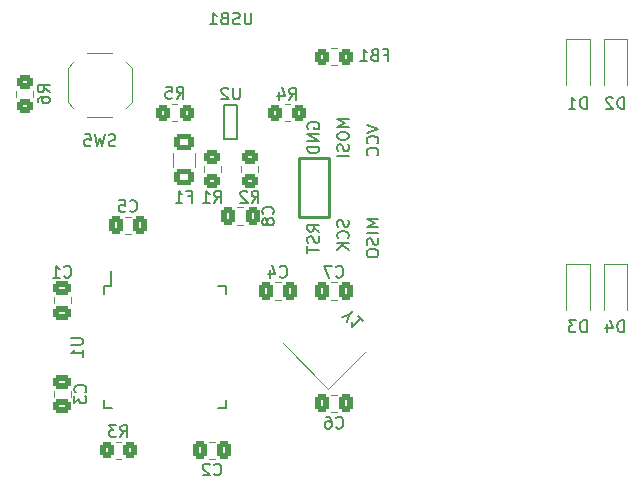
<source format=gbr>
%TF.GenerationSoftware,KiCad,Pcbnew,(6.0.6)*%
%TF.CreationDate,2022-06-29T23:10:10-06:00*%
%TF.ProjectId,macro1,6d616372-6f31-42e6-9b69-6361645f7063,rev?*%
%TF.SameCoordinates,Original*%
%TF.FileFunction,Legend,Bot*%
%TF.FilePolarity,Positive*%
%FSLAX46Y46*%
G04 Gerber Fmt 4.6, Leading zero omitted, Abs format (unit mm)*
G04 Created by KiCad (PCBNEW (6.0.6)) date 2022-06-29 23:10:10*
%MOMM*%
%LPD*%
G01*
G04 APERTURE LIST*
G04 Aperture macros list*
%AMRoundRect*
0 Rectangle with rounded corners*
0 $1 Rounding radius*
0 $2 $3 $4 $5 $6 $7 $8 $9 X,Y pos of 4 corners*
0 Add a 4 corners polygon primitive as box body*
4,1,4,$2,$3,$4,$5,$6,$7,$8,$9,$2,$3,0*
0 Add four circle primitives for the rounded corners*
1,1,$1+$1,$2,$3*
1,1,$1+$1,$4,$5*
1,1,$1+$1,$6,$7*
1,1,$1+$1,$8,$9*
0 Add four rect primitives between the rounded corners*
20,1,$1+$1,$2,$3,$4,$5,0*
20,1,$1+$1,$4,$5,$6,$7,0*
20,1,$1+$1,$6,$7,$8,$9,0*
20,1,$1+$1,$8,$9,$2,$3,0*%
%AMRotRect*
0 Rectangle, with rotation*
0 The origin of the aperture is its center*
0 $1 length*
0 $2 width*
0 $3 Rotation angle, in degrees counterclockwise*
0 Add horizontal line*
21,1,$1,$2,0,0,$3*%
G04 Aperture macros list end*
%ADD10C,0.150000*%
%ADD11C,0.120000*%
%ADD12C,0.250000*%
%ADD13R,0.700000X1.000000*%
%ADD14R,0.700000X0.600000*%
%ADD15RoundRect,0.250000X-0.475000X0.337500X-0.475000X-0.337500X0.475000X-0.337500X0.475000X0.337500X0*%
%ADD16RoundRect,0.250000X-0.337500X-0.475000X0.337500X-0.475000X0.337500X0.475000X-0.337500X0.475000X0*%
%ADD17RoundRect,0.250000X0.475000X-0.337500X0.475000X0.337500X-0.475000X0.337500X-0.475000X-0.337500X0*%
%ADD18R,1.200000X0.900000*%
%ADD19RoundRect,0.250001X-0.624999X0.462499X-0.624999X-0.462499X0.624999X-0.462499X0.624999X0.462499X0*%
%ADD20R,1.700000X1.700000*%
%ADD21C,1.700000*%
%ADD22RoundRect,0.250000X-0.450000X0.350000X-0.450000X-0.350000X0.450000X-0.350000X0.450000X0.350000X0*%
%ADD23RoundRect,0.250000X-0.350000X-0.450000X0.350000X-0.450000X0.350000X0.450000X-0.350000X0.450000X0*%
%ADD24RoundRect,0.250000X0.350000X0.450000X-0.350000X0.450000X-0.350000X-0.450000X0.350000X-0.450000X0*%
%ADD25RoundRect,0.250000X0.450000X-0.350000X0.450000X0.350000X-0.450000X0.350000X-0.450000X-0.350000X0*%
%ADD26R,1.100000X1.800000*%
%ADD27R,0.550000X1.500000*%
%ADD28R,1.500000X0.550000*%
%ADD29C,0.650000*%
%ADD30R,0.300000X2.450000*%
%ADD31R,0.600000X2.450000*%
%ADD32RotRect,2.100000X1.800000X135.000000*%
%ADD33C,4.000000*%
%ADD34C,2.200000*%
%ADD35RoundRect,0.250000X-0.325000X-0.450000X0.325000X-0.450000X0.325000X0.450000X-0.325000X0.450000X0*%
G04 APERTURE END LIST*
D10*
%TO.C,U2*%
X147605654Y-84383630D02*
X147605654Y-85193154D01*
X147558035Y-85288392D01*
X147510416Y-85336011D01*
X147415178Y-85383630D01*
X147224702Y-85383630D01*
X147129464Y-85336011D01*
X147081845Y-85288392D01*
X147034226Y-85193154D01*
X147034226Y-84383630D01*
X146605654Y-84478869D02*
X146558035Y-84431250D01*
X146462797Y-84383630D01*
X146224702Y-84383630D01*
X146129464Y-84431250D01*
X146081845Y-84478869D01*
X146034226Y-84574107D01*
X146034226Y-84669345D01*
X146081845Y-84812202D01*
X146653273Y-85383630D01*
X146034226Y-85383630D01*
%TO.C,C1*%
X132722916Y-100369642D02*
X132770535Y-100417261D01*
X132913392Y-100464880D01*
X133008630Y-100464880D01*
X133151488Y-100417261D01*
X133246726Y-100322023D01*
X133294345Y-100226785D01*
X133341964Y-100036309D01*
X133341964Y-99893452D01*
X133294345Y-99702976D01*
X133246726Y-99607738D01*
X133151488Y-99512500D01*
X133008630Y-99464880D01*
X132913392Y-99464880D01*
X132770535Y-99512500D01*
X132722916Y-99560119D01*
X131770535Y-100464880D02*
X132341964Y-100464880D01*
X132056250Y-100464880D02*
X132056250Y-99464880D01*
X132151488Y-99607738D01*
X132246726Y-99702976D01*
X132341964Y-99750595D01*
%TO.C,C2*%
X145422916Y-117130892D02*
X145470535Y-117178511D01*
X145613392Y-117226130D01*
X145708630Y-117226130D01*
X145851488Y-117178511D01*
X145946726Y-117083273D01*
X145994345Y-116988035D01*
X146041964Y-116797559D01*
X146041964Y-116654702D01*
X145994345Y-116464226D01*
X145946726Y-116368988D01*
X145851488Y-116273750D01*
X145708630Y-116226130D01*
X145613392Y-116226130D01*
X145470535Y-116273750D01*
X145422916Y-116321369D01*
X145041964Y-116321369D02*
X144994345Y-116273750D01*
X144899107Y-116226130D01*
X144661011Y-116226130D01*
X144565773Y-116273750D01*
X144518154Y-116321369D01*
X144470535Y-116416607D01*
X144470535Y-116511845D01*
X144518154Y-116654702D01*
X145089583Y-117226130D01*
X144470535Y-117226130D01*
%TO.C,C3*%
X134500892Y-110164583D02*
X134548511Y-110116964D01*
X134596130Y-109974107D01*
X134596130Y-109878869D01*
X134548511Y-109736011D01*
X134453273Y-109640773D01*
X134358035Y-109593154D01*
X134167559Y-109545535D01*
X134024702Y-109545535D01*
X133834226Y-109593154D01*
X133738988Y-109640773D01*
X133643750Y-109736011D01*
X133596130Y-109878869D01*
X133596130Y-109974107D01*
X133643750Y-110116964D01*
X133691369Y-110164583D01*
X133596130Y-110497916D02*
X133596130Y-111116964D01*
X133977083Y-110783630D01*
X133977083Y-110926488D01*
X134024702Y-111021726D01*
X134072321Y-111069345D01*
X134167559Y-111116964D01*
X134405654Y-111116964D01*
X134500892Y-111069345D01*
X134548511Y-111021726D01*
X134596130Y-110926488D01*
X134596130Y-110640773D01*
X134548511Y-110545535D01*
X134500892Y-110497916D01*
%TO.C,C4*%
X150979166Y-100369642D02*
X151026785Y-100417261D01*
X151169642Y-100464880D01*
X151264880Y-100464880D01*
X151407738Y-100417261D01*
X151502976Y-100322023D01*
X151550595Y-100226785D01*
X151598214Y-100036309D01*
X151598214Y-99893452D01*
X151550595Y-99702976D01*
X151502976Y-99607738D01*
X151407738Y-99512500D01*
X151264880Y-99464880D01*
X151169642Y-99464880D01*
X151026785Y-99512500D01*
X150979166Y-99560119D01*
X150122023Y-99798214D02*
X150122023Y-100464880D01*
X150360119Y-99417261D02*
X150598214Y-100131547D01*
X149979166Y-100131547D01*
%TO.C,C5*%
X138279166Y-94813392D02*
X138326785Y-94861011D01*
X138469642Y-94908630D01*
X138564880Y-94908630D01*
X138707738Y-94861011D01*
X138802976Y-94765773D01*
X138850595Y-94670535D01*
X138898214Y-94480059D01*
X138898214Y-94337202D01*
X138850595Y-94146726D01*
X138802976Y-94051488D01*
X138707738Y-93956250D01*
X138564880Y-93908630D01*
X138469642Y-93908630D01*
X138326785Y-93956250D01*
X138279166Y-94003869D01*
X137374404Y-93908630D02*
X137850595Y-93908630D01*
X137898214Y-94384821D01*
X137850595Y-94337202D01*
X137755357Y-94289583D01*
X137517261Y-94289583D01*
X137422023Y-94337202D01*
X137374404Y-94384821D01*
X137326785Y-94480059D01*
X137326785Y-94718154D01*
X137374404Y-94813392D01*
X137422023Y-94861011D01*
X137517261Y-94908630D01*
X137755357Y-94908630D01*
X137850595Y-94861011D01*
X137898214Y-94813392D01*
%TO.C,C6*%
X155741666Y-113162142D02*
X155789285Y-113209761D01*
X155932142Y-113257380D01*
X156027380Y-113257380D01*
X156170238Y-113209761D01*
X156265476Y-113114523D01*
X156313095Y-113019285D01*
X156360714Y-112828809D01*
X156360714Y-112685952D01*
X156313095Y-112495476D01*
X156265476Y-112400238D01*
X156170238Y-112305000D01*
X156027380Y-112257380D01*
X155932142Y-112257380D01*
X155789285Y-112305000D01*
X155741666Y-112352619D01*
X154884523Y-112257380D02*
X155075000Y-112257380D01*
X155170238Y-112305000D01*
X155217857Y-112352619D01*
X155313095Y-112495476D01*
X155360714Y-112685952D01*
X155360714Y-113066904D01*
X155313095Y-113162142D01*
X155265476Y-113209761D01*
X155170238Y-113257380D01*
X154979761Y-113257380D01*
X154884523Y-113209761D01*
X154836904Y-113162142D01*
X154789285Y-113066904D01*
X154789285Y-112828809D01*
X154836904Y-112733571D01*
X154884523Y-112685952D01*
X154979761Y-112638333D01*
X155170238Y-112638333D01*
X155265476Y-112685952D01*
X155313095Y-112733571D01*
X155360714Y-112828809D01*
%TO.C,C7*%
X155741666Y-100369642D02*
X155789285Y-100417261D01*
X155932142Y-100464880D01*
X156027380Y-100464880D01*
X156170238Y-100417261D01*
X156265476Y-100322023D01*
X156313095Y-100226785D01*
X156360714Y-100036309D01*
X156360714Y-99893452D01*
X156313095Y-99702976D01*
X156265476Y-99607738D01*
X156170238Y-99512500D01*
X156027380Y-99464880D01*
X155932142Y-99464880D01*
X155789285Y-99512500D01*
X155741666Y-99560119D01*
X155408333Y-99464880D02*
X154741666Y-99464880D01*
X155170238Y-100464880D01*
%TO.C,C8*%
X150375892Y-95083333D02*
X150423511Y-95035714D01*
X150471130Y-94892857D01*
X150471130Y-94797619D01*
X150423511Y-94654761D01*
X150328273Y-94559523D01*
X150233035Y-94511904D01*
X150042559Y-94464285D01*
X149899702Y-94464285D01*
X149709226Y-94511904D01*
X149613988Y-94559523D01*
X149518750Y-94654761D01*
X149471130Y-94797619D01*
X149471130Y-94892857D01*
X149518750Y-95035714D01*
X149566369Y-95083333D01*
X149899702Y-95654761D02*
X149852083Y-95559523D01*
X149804464Y-95511904D01*
X149709226Y-95464285D01*
X149661607Y-95464285D01*
X149566369Y-95511904D01*
X149518750Y-95559523D01*
X149471130Y-95654761D01*
X149471130Y-95845238D01*
X149518750Y-95940476D01*
X149566369Y-95988095D01*
X149661607Y-96035714D01*
X149709226Y-96035714D01*
X149804464Y-95988095D01*
X149852083Y-95940476D01*
X149899702Y-95845238D01*
X149899702Y-95654761D01*
X149947321Y-95559523D01*
X149994940Y-95511904D01*
X150090178Y-95464285D01*
X150280654Y-95464285D01*
X150375892Y-95511904D01*
X150423511Y-95559523D01*
X150471130Y-95654761D01*
X150471130Y-95845238D01*
X150423511Y-95940476D01*
X150375892Y-95988095D01*
X150280654Y-96035714D01*
X150090178Y-96035714D01*
X149994940Y-95988095D01*
X149947321Y-95940476D01*
X149899702Y-95845238D01*
%TO.C,D1*%
X176950595Y-86177380D02*
X176950595Y-85177380D01*
X176712500Y-85177380D01*
X176569642Y-85225000D01*
X176474404Y-85320238D01*
X176426785Y-85415476D01*
X176379166Y-85605952D01*
X176379166Y-85748809D01*
X176426785Y-85939285D01*
X176474404Y-86034523D01*
X176569642Y-86129761D01*
X176712500Y-86177380D01*
X176950595Y-86177380D01*
X175426785Y-86177380D02*
X175998214Y-86177380D01*
X175712500Y-86177380D02*
X175712500Y-85177380D01*
X175807738Y-85320238D01*
X175902976Y-85415476D01*
X175998214Y-85463095D01*
%TO.C,D2*%
X180125595Y-86177380D02*
X180125595Y-85177380D01*
X179887500Y-85177380D01*
X179744642Y-85225000D01*
X179649404Y-85320238D01*
X179601785Y-85415476D01*
X179554166Y-85605952D01*
X179554166Y-85748809D01*
X179601785Y-85939285D01*
X179649404Y-86034523D01*
X179744642Y-86129761D01*
X179887500Y-86177380D01*
X180125595Y-86177380D01*
X179173214Y-85272619D02*
X179125595Y-85225000D01*
X179030357Y-85177380D01*
X178792261Y-85177380D01*
X178697023Y-85225000D01*
X178649404Y-85272619D01*
X178601785Y-85367857D01*
X178601785Y-85463095D01*
X178649404Y-85605952D01*
X179220833Y-86177380D01*
X178601785Y-86177380D01*
%TO.C,D3*%
X176950595Y-105100380D02*
X176950595Y-104100380D01*
X176712500Y-104100380D01*
X176569642Y-104148000D01*
X176474404Y-104243238D01*
X176426785Y-104338476D01*
X176379166Y-104528952D01*
X176379166Y-104671809D01*
X176426785Y-104862285D01*
X176474404Y-104957523D01*
X176569642Y-105052761D01*
X176712500Y-105100380D01*
X176950595Y-105100380D01*
X176045833Y-104100380D02*
X175426785Y-104100380D01*
X175760119Y-104481333D01*
X175617261Y-104481333D01*
X175522023Y-104528952D01*
X175474404Y-104576571D01*
X175426785Y-104671809D01*
X175426785Y-104909904D01*
X175474404Y-105005142D01*
X175522023Y-105052761D01*
X175617261Y-105100380D01*
X175902976Y-105100380D01*
X175998214Y-105052761D01*
X176045833Y-105005142D01*
%TO.C,D4*%
X180125595Y-105100380D02*
X180125595Y-104100380D01*
X179887500Y-104100380D01*
X179744642Y-104148000D01*
X179649404Y-104243238D01*
X179601785Y-104338476D01*
X179554166Y-104528952D01*
X179554166Y-104671809D01*
X179601785Y-104862285D01*
X179649404Y-104957523D01*
X179744642Y-105052761D01*
X179887500Y-105100380D01*
X180125595Y-105100380D01*
X178697023Y-104433714D02*
X178697023Y-105100380D01*
X178935119Y-104052761D02*
X179173214Y-104767047D01*
X178554166Y-104767047D01*
%TO.C,F1*%
X143208333Y-93591071D02*
X143541666Y-93591071D01*
X143541666Y-94114880D02*
X143541666Y-93114880D01*
X143065476Y-93114880D01*
X142160714Y-94114880D02*
X142732142Y-94114880D01*
X142446428Y-94114880D02*
X142446428Y-93114880D01*
X142541666Y-93257738D01*
X142636904Y-93352976D01*
X142732142Y-93400595D01*
%TO.C,J1*%
X159321130Y-95547321D02*
X158321130Y-95547321D01*
X159035416Y-95880654D01*
X158321130Y-96213988D01*
X159321130Y-96213988D01*
X159321130Y-96690178D02*
X158321130Y-96690178D01*
X159273511Y-97118750D02*
X159321130Y-97261607D01*
X159321130Y-97499702D01*
X159273511Y-97594940D01*
X159225892Y-97642559D01*
X159130654Y-97690178D01*
X159035416Y-97690178D01*
X158940178Y-97642559D01*
X158892559Y-97594940D01*
X158844940Y-97499702D01*
X158797321Y-97309226D01*
X158749702Y-97213988D01*
X158702083Y-97166369D01*
X158606845Y-97118750D01*
X158511607Y-97118750D01*
X158416369Y-97166369D01*
X158368750Y-97213988D01*
X158321130Y-97309226D01*
X158321130Y-97547321D01*
X158368750Y-97690178D01*
X158321130Y-98309226D02*
X158321130Y-98499702D01*
X158368750Y-98594940D01*
X158463988Y-98690178D01*
X158654464Y-98737797D01*
X158987797Y-98737797D01*
X159178273Y-98690178D01*
X159273511Y-98594940D01*
X159321130Y-98499702D01*
X159321130Y-98309226D01*
X159273511Y-98213988D01*
X159178273Y-98118750D01*
X158987797Y-98071130D01*
X158654464Y-98071130D01*
X158463988Y-98118750D01*
X158368750Y-98213988D01*
X158321130Y-98309226D01*
X158321130Y-87535416D02*
X159321130Y-87868750D01*
X158321130Y-88202083D01*
X159225892Y-89106845D02*
X159273511Y-89059226D01*
X159321130Y-88916369D01*
X159321130Y-88821130D01*
X159273511Y-88678273D01*
X159178273Y-88583035D01*
X159083035Y-88535416D01*
X158892559Y-88487797D01*
X158749702Y-88487797D01*
X158559226Y-88535416D01*
X158463988Y-88583035D01*
X158368750Y-88678273D01*
X158321130Y-88821130D01*
X158321130Y-88916369D01*
X158368750Y-89059226D01*
X158416369Y-89106845D01*
X159225892Y-90106845D02*
X159273511Y-90059226D01*
X159321130Y-89916369D01*
X159321130Y-89821130D01*
X159273511Y-89678273D01*
X159178273Y-89583035D01*
X159083035Y-89535416D01*
X158892559Y-89487797D01*
X158749702Y-89487797D01*
X158559226Y-89535416D01*
X158463988Y-89583035D01*
X158368750Y-89678273D01*
X158321130Y-89821130D01*
X158321130Y-89916369D01*
X158368750Y-90059226D01*
X158416369Y-90106845D01*
X156773511Y-95583035D02*
X156821130Y-95725892D01*
X156821130Y-95963988D01*
X156773511Y-96059226D01*
X156725892Y-96106845D01*
X156630654Y-96154464D01*
X156535416Y-96154464D01*
X156440178Y-96106845D01*
X156392559Y-96059226D01*
X156344940Y-95963988D01*
X156297321Y-95773511D01*
X156249702Y-95678273D01*
X156202083Y-95630654D01*
X156106845Y-95583035D01*
X156011607Y-95583035D01*
X155916369Y-95630654D01*
X155868750Y-95678273D01*
X155821130Y-95773511D01*
X155821130Y-96011607D01*
X155868750Y-96154464D01*
X156725892Y-97154464D02*
X156773511Y-97106845D01*
X156821130Y-96963988D01*
X156821130Y-96868750D01*
X156773511Y-96725892D01*
X156678273Y-96630654D01*
X156583035Y-96583035D01*
X156392559Y-96535416D01*
X156249702Y-96535416D01*
X156059226Y-96583035D01*
X155963988Y-96630654D01*
X155868750Y-96725892D01*
X155821130Y-96868750D01*
X155821130Y-96963988D01*
X155868750Y-97106845D01*
X155916369Y-97154464D01*
X156821130Y-97583035D02*
X155821130Y-97583035D01*
X156821130Y-98154464D02*
X156249702Y-97725892D01*
X155821130Y-98154464D02*
X156392559Y-97583035D01*
X156821130Y-87047321D02*
X155821130Y-87047321D01*
X156535416Y-87380654D01*
X155821130Y-87713988D01*
X156821130Y-87713988D01*
X155821130Y-88380654D02*
X155821130Y-88571130D01*
X155868750Y-88666369D01*
X155963988Y-88761607D01*
X156154464Y-88809226D01*
X156487797Y-88809226D01*
X156678273Y-88761607D01*
X156773511Y-88666369D01*
X156821130Y-88571130D01*
X156821130Y-88380654D01*
X156773511Y-88285416D01*
X156678273Y-88190178D01*
X156487797Y-88142559D01*
X156154464Y-88142559D01*
X155963988Y-88190178D01*
X155868750Y-88285416D01*
X155821130Y-88380654D01*
X156773511Y-89190178D02*
X156821130Y-89333035D01*
X156821130Y-89571130D01*
X156773511Y-89666369D01*
X156725892Y-89713988D01*
X156630654Y-89761607D01*
X156535416Y-89761607D01*
X156440178Y-89713988D01*
X156392559Y-89666369D01*
X156344940Y-89571130D01*
X156297321Y-89380654D01*
X156249702Y-89285416D01*
X156202083Y-89237797D01*
X156106845Y-89190178D01*
X156011607Y-89190178D01*
X155916369Y-89237797D01*
X155868750Y-89285416D01*
X155821130Y-89380654D01*
X155821130Y-89618750D01*
X155868750Y-89761607D01*
X156821130Y-90190178D02*
X155821130Y-90190178D01*
X154321130Y-96571130D02*
X153844940Y-96237797D01*
X154321130Y-95999702D02*
X153321130Y-95999702D01*
X153321130Y-96380654D01*
X153368750Y-96475892D01*
X153416369Y-96523511D01*
X153511607Y-96571130D01*
X153654464Y-96571130D01*
X153749702Y-96523511D01*
X153797321Y-96475892D01*
X153844940Y-96380654D01*
X153844940Y-95999702D01*
X154273511Y-96952083D02*
X154321130Y-97094940D01*
X154321130Y-97333035D01*
X154273511Y-97428273D01*
X154225892Y-97475892D01*
X154130654Y-97523511D01*
X154035416Y-97523511D01*
X153940178Y-97475892D01*
X153892559Y-97428273D01*
X153844940Y-97333035D01*
X153797321Y-97142559D01*
X153749702Y-97047321D01*
X153702083Y-96999702D01*
X153606845Y-96952083D01*
X153511607Y-96952083D01*
X153416369Y-96999702D01*
X153368750Y-97047321D01*
X153321130Y-97142559D01*
X153321130Y-97380654D01*
X153368750Y-97523511D01*
X153321130Y-97809226D02*
X153321130Y-98380654D01*
X154321130Y-98094940D02*
X153321130Y-98094940D01*
X153368750Y-87856845D02*
X153321130Y-87761607D01*
X153321130Y-87618750D01*
X153368750Y-87475892D01*
X153463988Y-87380654D01*
X153559226Y-87333035D01*
X153749702Y-87285416D01*
X153892559Y-87285416D01*
X154083035Y-87333035D01*
X154178273Y-87380654D01*
X154273511Y-87475892D01*
X154321130Y-87618750D01*
X154321130Y-87713988D01*
X154273511Y-87856845D01*
X154225892Y-87904464D01*
X153892559Y-87904464D01*
X153892559Y-87713988D01*
X154321130Y-88333035D02*
X153321130Y-88333035D01*
X154321130Y-88904464D01*
X153321130Y-88904464D01*
X154321130Y-89380654D02*
X153321130Y-89380654D01*
X153321130Y-89618750D01*
X153368750Y-89761607D01*
X153463988Y-89856845D01*
X153559226Y-89904464D01*
X153749702Y-89952083D01*
X153892559Y-89952083D01*
X154083035Y-89904464D01*
X154178273Y-89856845D01*
X154273511Y-89761607D01*
X154321130Y-89618750D01*
X154321130Y-89380654D01*
%TO.C,R1*%
X145422916Y-94114880D02*
X145756250Y-93638690D01*
X145994345Y-94114880D02*
X145994345Y-93114880D01*
X145613392Y-93114880D01*
X145518154Y-93162500D01*
X145470535Y-93210119D01*
X145422916Y-93305357D01*
X145422916Y-93448214D01*
X145470535Y-93543452D01*
X145518154Y-93591071D01*
X145613392Y-93638690D01*
X145994345Y-93638690D01*
X144470535Y-94114880D02*
X145041964Y-94114880D01*
X144756250Y-94114880D02*
X144756250Y-93114880D01*
X144851488Y-93257738D01*
X144946726Y-93352976D01*
X145041964Y-93400595D01*
%TO.C,R2*%
X148597916Y-94114880D02*
X148931250Y-93638690D01*
X149169345Y-94114880D02*
X149169345Y-93114880D01*
X148788392Y-93114880D01*
X148693154Y-93162500D01*
X148645535Y-93210119D01*
X148597916Y-93305357D01*
X148597916Y-93448214D01*
X148645535Y-93543452D01*
X148693154Y-93591071D01*
X148788392Y-93638690D01*
X149169345Y-93638690D01*
X148216964Y-93210119D02*
X148169345Y-93162500D01*
X148074107Y-93114880D01*
X147836011Y-93114880D01*
X147740773Y-93162500D01*
X147693154Y-93210119D01*
X147645535Y-93305357D01*
X147645535Y-93400595D01*
X147693154Y-93543452D01*
X148264583Y-94114880D01*
X147645535Y-94114880D01*
%TO.C,R3*%
X137485416Y-113958630D02*
X137818750Y-113482440D01*
X138056845Y-113958630D02*
X138056845Y-112958630D01*
X137675892Y-112958630D01*
X137580654Y-113006250D01*
X137533035Y-113053869D01*
X137485416Y-113149107D01*
X137485416Y-113291964D01*
X137533035Y-113387202D01*
X137580654Y-113434821D01*
X137675892Y-113482440D01*
X138056845Y-113482440D01*
X137152083Y-112958630D02*
X136533035Y-112958630D01*
X136866369Y-113339583D01*
X136723511Y-113339583D01*
X136628273Y-113387202D01*
X136580654Y-113434821D01*
X136533035Y-113530059D01*
X136533035Y-113768154D01*
X136580654Y-113863392D01*
X136628273Y-113911011D01*
X136723511Y-113958630D01*
X137009226Y-113958630D01*
X137104464Y-113911011D01*
X137152083Y-113863392D01*
%TO.C,R4*%
X151772916Y-85415380D02*
X152106250Y-84939190D01*
X152344345Y-85415380D02*
X152344345Y-84415380D01*
X151963392Y-84415380D01*
X151868154Y-84463000D01*
X151820535Y-84510619D01*
X151772916Y-84605857D01*
X151772916Y-84748714D01*
X151820535Y-84843952D01*
X151868154Y-84891571D01*
X151963392Y-84939190D01*
X152344345Y-84939190D01*
X150915773Y-84748714D02*
X150915773Y-85415380D01*
X151153869Y-84367761D02*
X151391964Y-85082047D01*
X150772916Y-85082047D01*
%TO.C,R5*%
X142247916Y-85321130D02*
X142581250Y-84844940D01*
X142819345Y-85321130D02*
X142819345Y-84321130D01*
X142438392Y-84321130D01*
X142343154Y-84368750D01*
X142295535Y-84416369D01*
X142247916Y-84511607D01*
X142247916Y-84654464D01*
X142295535Y-84749702D01*
X142343154Y-84797321D01*
X142438392Y-84844940D01*
X142819345Y-84844940D01*
X141343154Y-84321130D02*
X141819345Y-84321130D01*
X141866964Y-84797321D01*
X141819345Y-84749702D01*
X141724107Y-84702083D01*
X141486011Y-84702083D01*
X141390773Y-84749702D01*
X141343154Y-84797321D01*
X141295535Y-84892559D01*
X141295535Y-85130654D01*
X141343154Y-85225892D01*
X141390773Y-85273511D01*
X141486011Y-85321130D01*
X141724107Y-85321130D01*
X141819345Y-85273511D01*
X141866964Y-85225892D01*
%TO.C,R6*%
X131483630Y-84764583D02*
X131007440Y-84431250D01*
X131483630Y-84193154D02*
X130483630Y-84193154D01*
X130483630Y-84574107D01*
X130531250Y-84669345D01*
X130578869Y-84716964D01*
X130674107Y-84764583D01*
X130816964Y-84764583D01*
X130912202Y-84716964D01*
X130959821Y-84669345D01*
X131007440Y-84574107D01*
X131007440Y-84193154D01*
X130483630Y-85621726D02*
X130483630Y-85431250D01*
X130531250Y-85336011D01*
X130578869Y-85288392D01*
X130721726Y-85193154D01*
X130912202Y-85145535D01*
X131293154Y-85145535D01*
X131388392Y-85193154D01*
X131436011Y-85240773D01*
X131483630Y-85336011D01*
X131483630Y-85526488D01*
X131436011Y-85621726D01*
X131388392Y-85669345D01*
X131293154Y-85716964D01*
X131055059Y-85716964D01*
X130959821Y-85669345D01*
X130912202Y-85621726D01*
X130864583Y-85526488D01*
X130864583Y-85336011D01*
X130912202Y-85240773D01*
X130959821Y-85193154D01*
X131055059Y-85145535D01*
%TO.C,SW5*%
X137064583Y-89304761D02*
X136921726Y-89352380D01*
X136683630Y-89352380D01*
X136588392Y-89304761D01*
X136540773Y-89257142D01*
X136493154Y-89161904D01*
X136493154Y-89066666D01*
X136540773Y-88971428D01*
X136588392Y-88923809D01*
X136683630Y-88876190D01*
X136874107Y-88828571D01*
X136969345Y-88780952D01*
X137016964Y-88733333D01*
X137064583Y-88638095D01*
X137064583Y-88542857D01*
X137016964Y-88447619D01*
X136969345Y-88400000D01*
X136874107Y-88352380D01*
X136636011Y-88352380D01*
X136493154Y-88400000D01*
X136159821Y-88352380D02*
X135921726Y-89352380D01*
X135731250Y-88638095D01*
X135540773Y-89352380D01*
X135302678Y-88352380D01*
X134445535Y-88352380D02*
X134921726Y-88352380D01*
X134969345Y-88828571D01*
X134921726Y-88780952D01*
X134826488Y-88733333D01*
X134588392Y-88733333D01*
X134493154Y-88780952D01*
X134445535Y-88828571D01*
X134397916Y-88923809D01*
X134397916Y-89161904D01*
X134445535Y-89257142D01*
X134493154Y-89304761D01*
X134588392Y-89352380D01*
X134826488Y-89352380D01*
X134921726Y-89304761D01*
X134969345Y-89257142D01*
%TO.C,U1*%
X133289880Y-105600595D02*
X134099404Y-105600595D01*
X134194642Y-105648214D01*
X134242261Y-105695833D01*
X134289880Y-105791071D01*
X134289880Y-105981547D01*
X134242261Y-106076785D01*
X134194642Y-106124404D01*
X134099404Y-106172023D01*
X133289880Y-106172023D01*
X134289880Y-107172023D02*
X134289880Y-106600595D01*
X134289880Y-106886309D02*
X133289880Y-106886309D01*
X133432738Y-106791071D01*
X133527976Y-106695833D01*
X133575595Y-106600595D01*
%TO.C,USB1*%
X148581845Y-78033630D02*
X148581845Y-78843154D01*
X148534226Y-78938392D01*
X148486607Y-78986011D01*
X148391369Y-79033630D01*
X148200892Y-79033630D01*
X148105654Y-78986011D01*
X148058035Y-78938392D01*
X148010416Y-78843154D01*
X148010416Y-78033630D01*
X147581845Y-78986011D02*
X147438988Y-79033630D01*
X147200892Y-79033630D01*
X147105654Y-78986011D01*
X147058035Y-78938392D01*
X147010416Y-78843154D01*
X147010416Y-78747916D01*
X147058035Y-78652678D01*
X147105654Y-78605059D01*
X147200892Y-78557440D01*
X147391369Y-78509821D01*
X147486607Y-78462202D01*
X147534226Y-78414583D01*
X147581845Y-78319345D01*
X147581845Y-78224107D01*
X147534226Y-78128869D01*
X147486607Y-78081250D01*
X147391369Y-78033630D01*
X147153273Y-78033630D01*
X147010416Y-78081250D01*
X146248511Y-78509821D02*
X146105654Y-78557440D01*
X146058035Y-78605059D01*
X146010416Y-78700297D01*
X146010416Y-78843154D01*
X146058035Y-78938392D01*
X146105654Y-78986011D01*
X146200892Y-79033630D01*
X146581845Y-79033630D01*
X146581845Y-78033630D01*
X146248511Y-78033630D01*
X146153273Y-78081250D01*
X146105654Y-78128869D01*
X146058035Y-78224107D01*
X146058035Y-78319345D01*
X146105654Y-78414583D01*
X146153273Y-78462202D01*
X146248511Y-78509821D01*
X146581845Y-78509821D01*
X145058035Y-79033630D02*
X145629464Y-79033630D01*
X145343750Y-79033630D02*
X145343750Y-78033630D01*
X145438988Y-78176488D01*
X145534226Y-78271726D01*
X145629464Y-78319345D01*
%TO.C,Y1*%
X156808946Y-103661368D02*
X157145664Y-103324650D01*
X156202855Y-103796055D02*
X156808946Y-103661368D01*
X156674259Y-104267459D01*
X157987457Y-104166444D02*
X157583396Y-103762383D01*
X157785427Y-103964414D02*
X157078320Y-104671520D01*
X157111992Y-104503162D01*
X157111992Y-104368475D01*
X157078320Y-104267459D01*
%TO.C,FB1*%
X159837333Y-81589571D02*
X160170666Y-81589571D01*
X160170666Y-82113380D02*
X160170666Y-81113380D01*
X159694476Y-81113380D01*
X158980190Y-81589571D02*
X158837333Y-81637190D01*
X158789714Y-81684809D01*
X158742095Y-81780047D01*
X158742095Y-81922904D01*
X158789714Y-82018142D01*
X158837333Y-82065761D01*
X158932571Y-82113380D01*
X159313523Y-82113380D01*
X159313523Y-81113380D01*
X158980190Y-81113380D01*
X158884952Y-81161000D01*
X158837333Y-81208619D01*
X158789714Y-81303857D01*
X158789714Y-81399095D01*
X158837333Y-81494333D01*
X158884952Y-81541952D01*
X158980190Y-81589571D01*
X159313523Y-81589571D01*
X157789714Y-82113380D02*
X158361142Y-82113380D01*
X158075428Y-82113380D02*
X158075428Y-81113380D01*
X158170666Y-81256238D01*
X158265904Y-81351476D01*
X158361142Y-81399095D01*
%TO.C,U2*%
X146293750Y-88762500D02*
X147393750Y-88762500D01*
X147393750Y-85862500D02*
X146293750Y-85862500D01*
X147393750Y-85862500D02*
X147393750Y-88762500D01*
X146293750Y-85862500D02*
X146293750Y-88762500D01*
D11*
%TO.C,C1*%
X131821250Y-102132498D02*
X131821250Y-102655002D01*
X133291250Y-102132498D02*
X133291250Y-102655002D01*
%TO.C,C2*%
X144994998Y-115828750D02*
X145517502Y-115828750D01*
X144994998Y-114358750D02*
X145517502Y-114358750D01*
%TO.C,C3*%
X133291250Y-110592502D02*
X133291250Y-110069998D01*
X131821250Y-110592502D02*
X131821250Y-110069998D01*
%TO.C,C4*%
X150551248Y-102335000D02*
X151073752Y-102335000D01*
X150551248Y-100865000D02*
X151073752Y-100865000D01*
%TO.C,C5*%
X137851248Y-96778750D02*
X138373752Y-96778750D01*
X137851248Y-95308750D02*
X138373752Y-95308750D01*
%TO.C,C6*%
X155313748Y-111860000D02*
X155836252Y-111860000D01*
X155313748Y-110390000D02*
X155836252Y-110390000D01*
%TO.C,C7*%
X155313748Y-102335000D02*
X155836252Y-102335000D01*
X155313748Y-100865000D02*
X155836252Y-100865000D01*
%TO.C,C8*%
X147376248Y-95985000D02*
X147898752Y-95985000D01*
X147376248Y-94515000D02*
X147898752Y-94515000D01*
%TO.C,D1*%
X175212500Y-80300000D02*
X175212500Y-84200000D01*
X175212500Y-80300000D02*
X177212500Y-80300000D01*
X177212500Y-80300000D02*
X177212500Y-84200000D01*
%TO.C,D2*%
X178387500Y-80300000D02*
X178387500Y-84200000D01*
X178387500Y-80300000D02*
X180387500Y-80300000D01*
X180387500Y-80300000D02*
X180387500Y-84200000D01*
%TO.C,D3*%
X175212500Y-99350000D02*
X175212500Y-103250000D01*
X175212500Y-99350000D02*
X177212500Y-99350000D01*
X177212500Y-99350000D02*
X177212500Y-103250000D01*
%TO.C,D4*%
X178387500Y-99350000D02*
X178387500Y-103250000D01*
X178387500Y-99350000D02*
X180387500Y-99350000D01*
X180387500Y-99350000D02*
X180387500Y-103250000D01*
%TO.C,F1*%
X143785000Y-89885436D02*
X143785000Y-91089564D01*
X141965000Y-89885436D02*
X141965000Y-91089564D01*
D12*
%TO.C,J1*%
X155118750Y-95368750D02*
X155118750Y-90368750D01*
X155118750Y-90368750D02*
X152618750Y-90368750D01*
X152618750Y-90368750D02*
X152618750Y-95368750D01*
X152618750Y-95368750D02*
X155118750Y-95368750D01*
D11*
%TO.C,R1*%
X144521250Y-91054186D02*
X144521250Y-91508314D01*
X145991250Y-91054186D02*
X145991250Y-91508314D01*
%TO.C,R2*%
X147696250Y-91054186D02*
X147696250Y-91508314D01*
X149166250Y-91054186D02*
X149166250Y-91508314D01*
%TO.C,R3*%
X137091686Y-115828750D02*
X137545814Y-115828750D01*
X137091686Y-114358750D02*
X137545814Y-114358750D01*
%TO.C,R4*%
X151379186Y-87253750D02*
X151833314Y-87253750D01*
X151379186Y-85783750D02*
X151833314Y-85783750D01*
%TO.C,R5*%
X142308314Y-85783750D02*
X141854186Y-85783750D01*
X142308314Y-87253750D02*
X141854186Y-87253750D01*
%TO.C,R6*%
X130116250Y-85158314D02*
X130116250Y-84704186D01*
X128646250Y-85158314D02*
X128646250Y-84704186D01*
%TO.C,SW5*%
X133011250Y-85587500D02*
X133501250Y-86077500D01*
X138451250Y-82687500D02*
X137961250Y-82197500D01*
X138451250Y-85587500D02*
X137961250Y-86077500D01*
X133011250Y-82687500D02*
X133501250Y-82197500D01*
X136771250Y-86857500D02*
X134691250Y-86857500D01*
X133011250Y-82687500D02*
X133011250Y-85587500D01*
X138451250Y-82687500D02*
X138451250Y-85587500D01*
X136771250Y-81417500D02*
X134691250Y-81417500D01*
D10*
%TO.C,U1*%
X146462500Y-101187500D02*
X145787500Y-101187500D01*
X146462500Y-101187500D02*
X146462500Y-101862500D01*
X146462500Y-111537500D02*
X145787500Y-111537500D01*
X136112500Y-111537500D02*
X136787500Y-111537500D01*
X136112500Y-101187500D02*
X136112500Y-101862500D01*
X146462500Y-111537500D02*
X146462500Y-110862500D01*
X136687500Y-101187500D02*
X136687500Y-99912500D01*
X136112500Y-111537500D02*
X136112500Y-110862500D01*
X136112500Y-101187500D02*
X136687500Y-101187500D01*
D11*
%TO.C,Y1*%
X155099448Y-109862679D02*
X151281071Y-106044302D01*
X158281429Y-106680698D02*
X155099448Y-109862679D01*
%TO.C,FB1*%
X155313748Y-82466250D02*
X155836252Y-82466250D01*
X155313748Y-81046250D02*
X155836252Y-81046250D01*
%TD*%
%LPC*%
D13*
%TO.C,U2*%
X147843750Y-86562500D03*
D14*
X145843750Y-86362500D03*
X147843750Y-88262500D03*
X145843750Y-88262500D03*
%TD*%
D15*
%TO.C,C1*%
X132556250Y-101356250D03*
X132556250Y-103431250D03*
%TD*%
D16*
%TO.C,C2*%
X144218750Y-115093750D03*
X146293750Y-115093750D03*
%TD*%
D17*
%TO.C,C3*%
X132556250Y-111368750D03*
X132556250Y-109293750D03*
%TD*%
D16*
%TO.C,C4*%
X149775000Y-101600000D03*
X151850000Y-101600000D03*
%TD*%
%TO.C,C5*%
X137075000Y-96043750D03*
X139150000Y-96043750D03*
%TD*%
%TO.C,C6*%
X154537500Y-111125000D03*
X156612500Y-111125000D03*
%TD*%
%TO.C,C7*%
X154537500Y-101600000D03*
X156612500Y-101600000D03*
%TD*%
%TO.C,C8*%
X146600000Y-95250000D03*
X148675000Y-95250000D03*
%TD*%
D18*
%TO.C,D1*%
X176212500Y-80900000D03*
X176212500Y-84200000D03*
%TD*%
%TO.C,D2*%
X179387500Y-80900000D03*
X179387500Y-84200000D03*
%TD*%
%TO.C,D3*%
X176212500Y-99950000D03*
X176212500Y-103250000D03*
%TD*%
%TO.C,D4*%
X179387500Y-99950000D03*
X179387500Y-103250000D03*
%TD*%
D19*
%TO.C,F1*%
X142875000Y-89000000D03*
X142875000Y-91975000D03*
%TD*%
D20*
%TO.C,J1*%
X153828750Y-91598750D03*
D21*
X153828750Y-94138750D03*
X156368750Y-91598750D03*
X156368750Y-94138750D03*
X158908750Y-91598750D03*
X158908750Y-94138750D03*
%TD*%
D22*
%TO.C,R1*%
X145256250Y-90281250D03*
X145256250Y-92281250D03*
%TD*%
%TO.C,R2*%
X148431250Y-90281250D03*
X148431250Y-92281250D03*
%TD*%
D23*
%TO.C,R3*%
X136318750Y-115093750D03*
X138318750Y-115093750D03*
%TD*%
%TO.C,R4*%
X150606250Y-86518750D03*
X152606250Y-86518750D03*
%TD*%
D24*
%TO.C,R5*%
X143081250Y-86518750D03*
X141081250Y-86518750D03*
%TD*%
D25*
%TO.C,R6*%
X129381250Y-85931250D03*
X129381250Y-83931250D03*
%TD*%
D26*
%TO.C,SW5*%
X133881250Y-81037500D03*
X133881250Y-87237500D03*
X137581250Y-81037500D03*
X137581250Y-87237500D03*
%TD*%
D27*
%TO.C,U1*%
X137287500Y-100662500D03*
X138087500Y-100662500D03*
X138887500Y-100662500D03*
X139687500Y-100662500D03*
X140487500Y-100662500D03*
X141287500Y-100662500D03*
X142087500Y-100662500D03*
X142887500Y-100662500D03*
X143687500Y-100662500D03*
X144487500Y-100662500D03*
X145287500Y-100662500D03*
D28*
X146987500Y-102362500D03*
X146987500Y-103162500D03*
X146987500Y-103962500D03*
X146987500Y-104762500D03*
X146987500Y-105562500D03*
X146987500Y-106362500D03*
X146987500Y-107162500D03*
X146987500Y-107962500D03*
X146987500Y-108762500D03*
X146987500Y-109562500D03*
X146987500Y-110362500D03*
D27*
X145287500Y-112062500D03*
X144487500Y-112062500D03*
X143687500Y-112062500D03*
X142887500Y-112062500D03*
X142087500Y-112062500D03*
X141287500Y-112062500D03*
X140487500Y-112062500D03*
X139687500Y-112062500D03*
X138887500Y-112062500D03*
X138087500Y-112062500D03*
X137287500Y-112062500D03*
D28*
X135587500Y-110362500D03*
X135587500Y-109562500D03*
X135587500Y-108762500D03*
X135587500Y-107962500D03*
X135587500Y-107162500D03*
X135587500Y-106362500D03*
X135587500Y-105562500D03*
X135587500Y-104762500D03*
X135587500Y-103962500D03*
X135587500Y-103162500D03*
X135587500Y-102362500D03*
%TD*%
D29*
%TO.C,USB1*%
X143953750Y-80246250D03*
X149733750Y-80246250D03*
D30*
X146593750Y-82191250D03*
X147093750Y-82191250D03*
X147593750Y-82191250D03*
X146093750Y-82191250D03*
X148093750Y-82191250D03*
X145593750Y-82191250D03*
X148593750Y-82191250D03*
X145093750Y-82191250D03*
D31*
X144393750Y-82191250D03*
X149293750Y-82191250D03*
X143618750Y-82191250D03*
X150068750Y-82191250D03*
%TD*%
D32*
%TO.C,Y1*%
X154993382Y-108200978D03*
X152942772Y-106150368D03*
X154569118Y-104524022D03*
X156619728Y-106574632D03*
%TD*%
D33*
%TO.C,SW2*%
X187325000Y-88900000D03*
D21*
X182245000Y-88900000D03*
X192405000Y-88900000D03*
D34*
X189865000Y-83820000D03*
X183515000Y-86360000D03*
%TD*%
D33*
%TO.C,SW3*%
X168275000Y-107950000D03*
D21*
X163195000Y-107950000D03*
X173355000Y-107950000D03*
D34*
X170815000Y-102870000D03*
X164465000Y-105410000D03*
%TD*%
D33*
%TO.C,SW4*%
X187325000Y-107950000D03*
D21*
X182245000Y-107950000D03*
X192405000Y-107950000D03*
D34*
X189865000Y-102870000D03*
X183515000Y-105410000D03*
%TD*%
D33*
%TO.C,SW1*%
X168275000Y-88900000D03*
D21*
X163195000Y-88900000D03*
X173355000Y-88900000D03*
D34*
X170815000Y-83820000D03*
X164465000Y-86360000D03*
%TD*%
D35*
%TO.C,FB1*%
X154550000Y-81756250D03*
X156600000Y-81756250D03*
%TD*%
M02*

</source>
